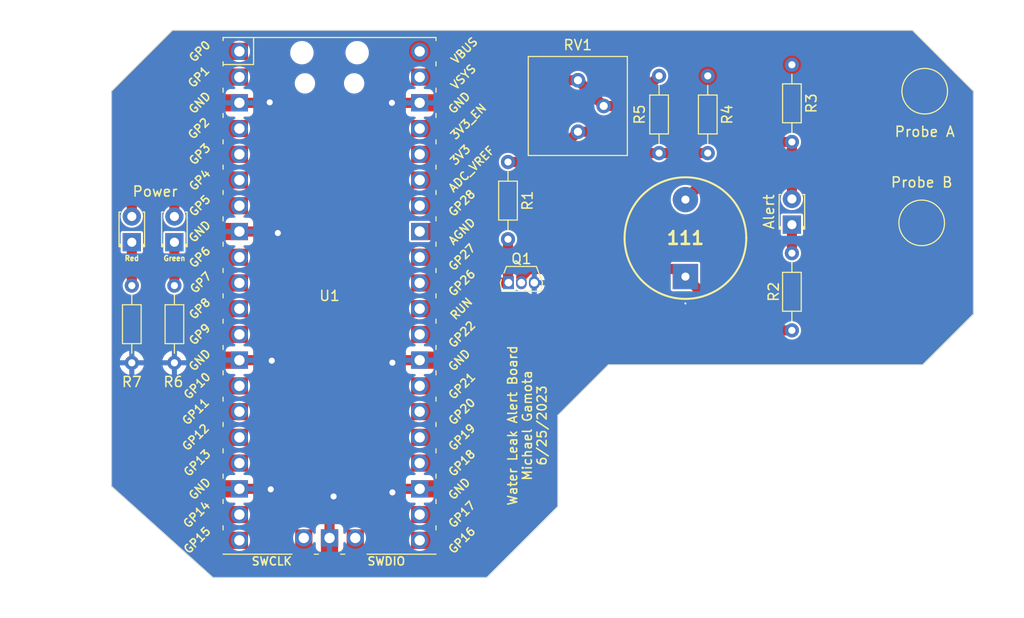
<source format=kicad_pcb>
(kicad_pcb (version 20211014) (generator pcbnew)
  (layers (0 "F.Cu" signal) (31 "B.Cu" signal) (34 "B.Paste" user) (35 "F.Paste" user) (36 "B.SilkS" user "B.Silkscreen") (37 "F.SilkS" user "F.Silkscreen") (38 "B.Mask" user) (39 "F.Mask" user) (44 "Edge.Cuts" user))
  (net 0 "")
  (net 1 "Net-(D1-Pad1)")
  (net 2 "AnalogOut")
  (net 3 "GND")
  (net 4 "+5V")
  (net 27 "Net-(Q1-Pad2)")
  (net 35 "Net-(R1-Pad1)")
  (net 36 "AGND")
  (net 37 "Net-(D1-Pad2)")
  (net 38 "BatteryLevel")
  (net 39 "Net-(Power1-Pad1)")
  (net 40 "BatGood")
  (net 41 "Net-(Power2-Pad1)")
  (net 42 "BatLow")
  (footprint "Resistor_THT:R_Axial_DIN0204_L3.6mm_D1.6mm_P7.62mm_Horizontal" (layer "F.Cu") (at 196.2 88.19 -90)
    (fp_text reference "R6" (at 9.51 0.1) (layer "F.SilkS"))
    (fp_text value "220")
    (fp_line (start 0.94 0) (end 1.89 0) (layer "F.SilkS") (width 0.12))
    (fp_line (start 5.73 0.92) (end 5.73 -0.92) (layer "F.SilkS") (width 0.12))
    (fp_line (start 1.89 -0.92) (end 1.89 0.92) (layer "F.SilkS") (width 0.12))
    (fp_line (start 1.89 0.92) (end 5.73 0.92) (layer "F.SilkS") (width 0.12))
    (fp_line (start 6.68 0) (end 5.73 0) (layer "F.SilkS") (width 0.12))
    (fp_line (start 5.73 -0.92) (end 1.89 -0.92) (layer "F.SilkS") (width 0.12))
    (pad "1" thru_hole circle (at 0 0 270) (size 1.4 1.4) (drill 0.7) (layers *.Cu *.Mask) (net 39 "Net-(Power1-Pad1)"))
    (pad "2" thru_hole oval (at 7.62 0 270) (size 1.4 1.4) (drill 0.7) (layers *.Cu *.Mask) (net 3 "GND"))
  )
  (footprint "Resistor_THT:R_Axial_DIN0204_L3.6mm_D1.6mm_P7.62mm_Horizontal" (layer "F.Cu") (at 192 88.19 -90)
    (fp_text reference "R7" (at 9.51 0) (layer "F.SilkS"))
    (fp_text value "220")
    (fp_line (start 5.73 -0.92) (end 1.89 -0.92) (layer "F.SilkS") (width 0.12))
    (fp_line (start 1.89 0.92) (end 5.73 0.92) (layer "F.SilkS") (width 0.12))
    (fp_line (start 0.94 0) (end 1.89 0) (layer "F.SilkS") (width 0.12))
    (fp_line (start 5.73 0.92) (end 5.73 -0.92) (layer "F.SilkS") (width 0.12))
    (fp_line (start 1.89 -0.92) (end 1.89 0.92) (layer "F.SilkS") (width 0.12))
    (fp_line (start 6.68 0) (end 5.73 0) (layer "F.SilkS") (width 0.12))
    (pad "1" thru_hole circle (at 0 0 270) (size 1.4 1.4) (drill 0.7) (layers *.Cu *.Mask) (net 41 "Net-(Power2-Pad1)"))
    (pad "2" thru_hole oval (at 7.62 0 270) (size 1.4 1.4) (drill 0.7) (layers *.Cu *.Mask) (net 3 "GND"))
  )
  (footprint "Package_TO_SOT_THT:TO-92S" (layer "F.Cu") (at 229.15 87.9)
    (fp_text reference "Q1" (at 1.27 -2.35) (layer "F.SilkS"))
    (fp_text value "Q_NPN_BCE")
    (fp_line (start 3.2 0.85) (end 3.35 0) (layer "F.SilkS") (width 0.12))
    (fp_line (start 2.75 -1.6) (end -0.2 -1.6) (layer "F.SilkS") (width 0.12))
    (fp_line (start -0.65 0.85) (end 3.2 0.85) (layer "F.SilkS") (width 0.12))
    (fp_line (start -0.8 0) (end -0.65 0.85) (layer "F.SilkS") (width 0.12))
    (fp_line (start -0.7 -0.3) (end -0.8 0) (layer "F.SilkS") (width 0.12))
    (fp_line (start 3.35 0) (end 2.75 -1.6) (layer "F.SilkS") (width 0.12))
    (fp_line (start -0.2 -1.6) (end -0.45 -0.95) (layer "F.SilkS") (width 0.12))
    (pad "1" thru_hole rect (at 0 0) (size 1.05 1.3) (drill 0.75) (layers *.Cu *.Mask) (net 2 "AnalogOut"))
    (pad "2" thru_hole oval (at 1.27 0) (size 1.05 1.3) (drill 0.75) (layers *.Cu *.Mask) (net 27 "Net-(Q1-Pad2)"))
    (pad "3" thru_hole oval (at 2.54 0) (size 1.05 1.3) (drill 0.75) (layers *.Cu *.Mask) (net 3 "GND"))
  )
  (footprint "LED_THT:LED_D1.8mm_W3.3mm_H2.4mm" (layer "F.Cu") (at 192 83.91 90)
    (fp_text reference "Power2" hide)
    (fp_text value "LED")
    (fp_line (start -0.2 1.08) (end -0.2 1.26) (layer "F.SilkS") (width 0.12))
    (fp_line (start -0.32 1.08) (end -0.32 1.26) (layer "F.SilkS") (width 0.12))
    (fp_line (start -0.44 -1.26) (end 2.98 -1.26) (layer "F.SilkS") (width 0.12))
    (fp_line (start 2.98 1.095) (end 2.98 1.26) (layer "F.SilkS") (width 0.12))
    (fp_line (start -0.44 1.08) (end -0.44 1.26) (layer "F.SilkS") (width 0.12))
    (fp_line (start 2.98 -1.26) (end 2.98 -1.095) (layer "F.SilkS") (width 0.12))
    (fp_line (start -0.2 -1.26) (end -0.2 -1.08) (layer "F.SilkS") (width 0.12))
    (fp_line (start -0.44 1.26) (end 2.98 1.26) (layer "F.SilkS") (width 0.12))
    (fp_line (start -0.44 -1.26) (end -0.44 -1.08) (layer "F.SilkS") (width 0.12))
    (fp_line (start -0.32 -1.26) (end -0.32 -1.08) (layer "F.SilkS") (width 0.12))
    (pad "1" thru_hole rect (at 0 0 90) (size 1.8 1.8) (drill 0.9) (layers *.Cu *.Mask) (net 41 "Net-(Power2-Pad1)"))
    (pad "2" thru_hole circle (at 2.54 0 90) (size 1.8 1.8) (drill 0.9) (layers *.Cu *.Mask) (net 42 "BatLow"))
  )
  (footprint "Potentiometer_THT:Potentiometer_Bourns_3386P_Vertical" (layer "F.Cu") (at 236 73)
    (fp_text reference "RV1" (at -0.015 -8.555) (layer "F.SilkS"))
    (fp_text value "47k")
    (fp_line (start -4.9 2.345) (end 4.87 2.345) (layer "F.SilkS") (width 0.12))
    (fp_line (start -4.9 -7.425) (end -4.9 2.345) (layer "F.SilkS") (width 0.12))
    (fp_line (start 4.87 -7.425) (end 4.87 2.345) (layer "F.SilkS") (width 0.12))
    (fp_line (start -4.9 -7.425) (end 4.87 -7.425) (layer "F.SilkS") (width 0.12))
    (pad "1" thru_hole circle (at 0 0) (size 1.44 1.44) (drill 0.8) (layers *.Cu *.Mask) (net 35 "Net-(R1-Pad1)"))
    (pad "2" thru_hole circle (at 2.54 -2.54) (size 1.44 1.44) (drill 0.8) (layers *.Cu *.Mask) (net 36 "AGND"))
    (pad "3" thru_hole circle (at 0 -5.08) (size 1.44 1.44) (drill 0.8) (layers *.Cu *.Mask) (net 36 "AGND"))
  )
  (footprint "Resistor_THT:R_Axial_DIN0204_L3.6mm_D1.6mm_P7.62mm_Horizontal" (layer "F.Cu") (at 257.099999 84.989998 -90)
    (fp_text reference "R2" (at 3.81 1.799999 90) (layer "F.SilkS"))
    (fp_text value "220")
    (fp_line (start 6.68 0) (end 5.73 0) (layer "F.SilkS") (width 0.12))
    (fp_line (start 0.94 0) (end 1.89 0) (layer "F.SilkS") (width 0.12))
    (fp_line (start 1.89 -0.92) (end 1.89 0.92) (layer "F.SilkS") (width 0.12))
    (fp_line (start 5.73 -0.92) (end 1.89 -0.92) (layer "F.SilkS") (width 0.12))
    (fp_line (start 5.73 0.92) (end 5.73 -0.92) (layer "F.SilkS") (width 0.12))
    (fp_line (start 1.89 0.92) (end 5.73 0.92) (layer "F.SilkS") (width 0.12))
    (pad "1" thru_hole circle (at 0 0 270) (size 1.4 1.4) (drill 0.7) (layers *.Cu *.Mask) (net 1 "Net-(D1-Pad1)"))
    (pad "2" thru_hole oval (at 7.62 0 270) (size 1.4 1.4) (drill 0.7) (layers *.Cu *.Mask) (net 27 "Net-(Q1-Pad2)"))
  )
  (footprint "LED_THT:LED_D1.8mm_W3.3mm_H2.4mm" (layer "F.Cu") (at 257.099999 82.174999 90)
    (fp_text reference "Alert" (at 1.27 -2.26 90) (layer "F.SilkS"))
    (fp_text value "LED")
    (fp_line (start -0.44 -1.26) (end -0.44 -1.08) (layer "F.SilkS") (width 0.12))
    (fp_line (start -0.2 -1.26) (end -0.2 -1.08) (layer "F.SilkS") (width 0.12))
    (fp_line (start -0.44 1.26) (end 2.98 1.26) (layer "F.SilkS") (width 0.12))
    (fp_line (start -0.44 -1.26) (end 2.98 -1.26) (layer "F.SilkS") (width 0.12))
    (fp_line (start 2.98 1.095) (end 2.98 1.26) (layer "F.SilkS") (width 0.12))
    (fp_line (start -0.2 1.08) (end -0.2 1.26) (layer "F.SilkS") (width 0.12))
    (fp_line (start -0.32 -1.26) (end -0.32 -1.08) (layer "F.SilkS") (width 0.12))
    (fp_line (start -0.44 1.08) (end -0.44 1.26) (layer "F.SilkS") (width 0.12))
    (fp_line (start -0.32 1.08) (end -0.32 1.26) (layer "F.SilkS") (width 0.12))
    (fp_line (start 2.98 -1.26) (end 2.98 -1.095) (layer "F.SilkS") (width 0.12))
    (pad "1" thru_hole rect (at 0 0 90) (size 1.8 1.8) (drill 0.9) (layers *.Cu *.Mask) (net 1 "Net-(D1-Pad1)"))
    (pad "2" thru_hole circle (at 2.54 0 90) (size 1.8 1.8) (drill 0.9) (layers *.Cu *.Mask) (net 37 "Net-(D1-Pad2)"))
  )
  (footprint "Resistor_THT:R_Axial_DIN0204_L3.6mm_D1.6mm_P7.62mm_Horizontal" (layer "F.Cu") (at 248.8 67.49 -90)
    (fp_text reference "R4" (at 3.81 -1.92 90) (layer "F.SilkS"))
    (fp_text value "30k")
    (fp_line (start 0.94 0) (end 1.89 0) (layer "F.SilkS") (width 0.12))
    (fp_line (start 5.73 0.92) (end 5.73 -0.92) (layer "F.SilkS") (width 0.12))
    (fp_line (start 6.68 0) (end 5.73 0) (layer "F.SilkS") (width 0.12))
    (fp_line (start 1.89 0.92) (end 5.73 0.92) (layer "F.SilkS") (width 0.12))
    (fp_line (start 5.73 -0.92) (end 1.89 -0.92) (layer "F.SilkS") (width 0.12))
    (fp_line (start 1.89 -0.92) (end 1.89 0.92) (layer "F.SilkS") (width 0.12))
    (pad "1" thru_hole circle (at 0 0 270) (size 1.4 1.4) (drill 0.7) (layers *.Cu *.Mask) (net 4 "+5V"))
    (pad "2" thru_hole oval (at 7.62 0 270) (size 1.4 1.4) (drill 0.7) (layers *.Cu *.Mask) (net 38 "BatteryLevel"))
  )
  (footprint "KiCad:CEM1205IC" (layer "F.Cu") (at 246.6 87.3 180)
    (fp_text reference "111" (at 0 3.8) (layer "F.SilkS") (effects (font (size 1.27 1.27) (thickness 0.254))))
    (fp_text value "CEM-1205-IC" hide)
    (fp_line (start 0 -2.7) (end 0 -2.7) (layer "F.SilkS") (width 0.1))
    (fp_line (start -6 3.8) (end -6 3.8) (layer "F.SilkS") (width 0.2))
    (fp_line (start 6 3.8) (end 6 3.8) (layer "F.SilkS") (width 0.2))
    (fp_line (start 0 -2.6) (end 0 -2.6) (layer "F.SilkS") (width 0.1))
    (fp_arc (start 0 -2.7) (mid 0.05 -2.65) (end 0 -2.6) (layer "F.SilkS") (width 0.1))
    (fp_arc (start 0 -2.6) (mid -0.05 -2.65) (end 0 -2.7) (layer "F.SilkS") (width 0.1))
    (fp_arc (start -6 3.8) (mid 0 -2.2) (end 6 3.8) (layer "F.SilkS") (width 0.2))
    (fp_arc (start 6 3.8) (mid 0 9.8) (end -6 3.8) (layer "F.SilkS") (width 0.2))
    (pad "1" thru_hole rect locked (at 0 0 180) (size 2.5 2.5) (drill 0.8) (layers *.Cu *.Mask) (net 27 "Net-(Q1-Pad2)"))
    (pad "2" thru_hole circle locked (at 0 7.6 180) (size 2.5 2.5) (drill 0.8) (layers *.Cu *.Mask) (net 37 "Net-(D1-Pad2)"))
  )
  (footprint "TestPoint:TestPoint_Pad_D4.0mm" (layer "F.Cu") (at 269.9 82)
    (fp_text reference "Probe B" (at 0 -4) (layer "F.SilkS"))
    (fp_text value "TestPoint")
    (fp_circle (center 0 0) (end 0 2.25) (layer "F.SilkS") (width 0.12) (fill none))
    (pad "1" smd circle (at 0 0) (size 4 4) (layers "F.Cu" "F.Mask") (net 35 "Net-(R1-Pad1)"))
  )
  (footprint "Resistor_THT:R_Axial_DIN0204_L3.6mm_D1.6mm_P7.62mm_Horizontal" (layer "F.Cu") (at 244 75.11 90)
    (fp_text reference "R5" (at 3.81 -1.92 90) (layer "F.SilkS"))
    (fp_text value "10k")
    (fp_line (start 1.89 0.92) (end 5.73 0.92) (layer "F.SilkS") (width 0.12))
    (fp_line (start 5.73 0.92) (end 5.73 -0.92) (layer "F.SilkS") (width 0.12))
    (fp_line (start 6.68 0) (end 5.73 0) (layer "F.SilkS") (width 0.12))
    (fp_line (start 0.94 0) (end 1.89 0) (layer "F.SilkS") (width 0.12))
    (fp_line (start 5.73 -0.92) (end 1.89 -0.92) (layer "F.SilkS") (width 0.12))
    (fp_line (start 1.89 -0.92) (end 1.89 0.92) (layer "F.SilkS") (width 0.12))
    (pad "1" thru_hole circle (at 0 0 90) (size 1.4 1.4) (drill 0.7) (layers *.Cu *.Mask) (net 38 "BatteryLevel"))
    (pad "2" thru_hole oval (at 7.62 0 90) (size 1.4 1.4) (drill 0.7) (layers *.Cu *.Mask) (net 36 "AGND"))
  )
  (footprint "TestPoint:TestPoint_Pad_D4.0mm" (layer "F.Cu") (at 270.2 69)
    (fp_text reference "Probe A" (at 0 4) (layer "F.SilkS"))
    (fp_text value "TestPoint")
    (fp_circle (center 0 0) (end 0 2.25) (layer "F.SilkS") (width 0.12) (fill none))
    (pad "1" smd circle (at 0 0) (size 4 4) (layers "F.Cu" "F.Mask") (net 4 "+5V"))
  )
  (footprint "LED_THT:LED_D1.8mm_W3.3mm_H2.4mm" (layer "F.Cu") (at 196.2 83.91 90)
    (fp_text reference "Power" (at 5.01 -1.9 180) (layer "F.SilkS"))
    (fp_text value "LED")
    (fp_line (start 2.98 -1.26) (end 2.98 -1.095) (layer "F.SilkS") (width 0.12))
    (fp_line (start -0.44 -1.26) (end -0.44 -1.08) (layer "F.SilkS") (width 0.12))
    (fp_line (start -0.44 -1.26) (end 2.98 -1.26) (layer "F.SilkS") (width 0.12))
    (fp_line (start 2.98 1.095) (end 2.98 1.26) (layer "F.SilkS") (width 0.12))
    (fp_line (start -0.44 1.08) (end -0.44 1.26) (layer "F.SilkS") (width 0.12))
    (fp_line (start -0.32 1.08) (end -0.32 1.26) (layer "F.SilkS") (width 0.12))
    (fp_line (start -0.2 -1.26) (end -0.2 -1.08) (layer "F.SilkS") (width 0.12))
    (fp_line (start -0.2 1.08) (end -0.2 1.26) (layer "F.SilkS") (width 0.12))
    (fp_line (start -0.44 1.26) (end 2.98 1.26) (layer "F.SilkS") (width 0.12))
    (fp_line (start -0.32 -1.26) (end -0.32 -1.08) (layer "F.SilkS") (width 0.12))
    (pad "1" thru_hole rect (at 0 0 90) (size 1.8 1.8) (drill 0.9) (layers *.Cu *.Mask) (net 39 "Net-(Power1-Pad1)"))
    (pad "2" thru_hole circle (at 2.54 0 90) (size 1.8 1.8) (drill 0.9) (layers *.Cu *.Mask) (net 40 "BatGood"))
  )
  (footprint "Resistor_THT:R_Axial_DIN0204_L3.6mm_D1.6mm_P7.62mm_Horizontal" (layer "F.Cu") (at 257.1 66.389999 -90)
    (fp_text reference "R3" (at 3.81 -1.92 90) (layer "F.SilkS"))
    (fp_text value "47")
    (fp_line (start 0.94 0) (end 1.89 0) (layer "F.SilkS") (width 0.12))
    (fp_line (start 1.89 -0.92) (end 1.89 0.92) (layer "F.SilkS") (width 0.12))
    (fp_line (start 1.89 0.92) (end 5.73 0.92) (layer "F.SilkS") (width 0.12))
    (fp_line (start 5.73 0.92) (end 5.73 -0.92) (layer "F.SilkS") (width 0.12))
    (fp_line (start 5.73 -0.92) (end 1.89 -0.92) (layer "F.SilkS") (width 0.12))
    (fp_line (start 6.68 0) (end 5.73 0) (layer "F.SilkS") (width 0.12))
    (pad "1" thru_hole circle (at 0 0 270) (size 1.4 1.4) (drill 0.7) (layers *.Cu *.Mask) (net 4 "+5V"))
    (pad "2" thru_hole oval (at 7.62 0 270) (size 1.4 1.4) (drill 0.7) (layers *.Cu *.Mask) (net 37 "Net-(D1-Pad2)"))
  )
  (footprint "MCU_RaspberryPi_and_Boards:RPi_Pico_SMD_TH" (layer "F.Cu") (at 211.5 89.2)
    (fp_text reference "U1" (at 0 0) (layer "F.SilkS"))
    (fp_text value "Pico")
    (fp_text user "GP6" (at -12.8 -3.81 45) (layer "F.SilkS") (effects (font (size 0.8 0.8))))
    (fp_text user "GP8" (at -12.8 1.27 45) (layer "F.SilkS") (effects (font (size 0.8 0.8))))
    (fp_text user "GND" (at 12.8 -19.05 45) (layer "F.SilkS") (effects (font (size 0.8 0.8))))
    (fp_text user "GP20" (at 13.054 11.43 45) (layer "F.SilkS") (effects (font (size 0.8 0.8))))
    (fp_text user "GP7" (at -12.7 -1.3 45) (layer "F.SilkS") (effects (font (size 0.8 0.8))))
    (fp_text user "GND" (at -12.8 19.05 45) (layer "F.SilkS") (effects (font (size 0.8 0.8))))
    (fp_text user "GP19" (at 13.054 13.97 45) (layer "F.SilkS") (effects (font (size 0.8 0.8))))
    (fp_text user "GND" (at -12.8 -6.35 45) (layer "F.SilkS") (effects (font (size 0.8 0.8))))
    (fp_text user "GP22" (at 13.054 3.81 45) (layer "F.SilkS") (effects (font (size 0.8 0.8))))
    (fp_text user "GND" (at 12.8 6.35 45) (layer "F.SilkS") (effects (font (size 0.8 0.8))))
    (fp_text user "GP4" (at -12.8 -11.43 45) (layer "F.SilkS") (effects (font (size 0.8 0.8))))
    (fp_text user "GP17" (at 13.054 21.59 45) (layer "F.SilkS") (effects (font (size 0.8 0.8))))
    (fp_text user "GP11" (at -13.2 11.43 45) (layer "F.SilkS") (effects (font (size 0.8 0.8))))
    (fp_text user "GP18" (at 13.054 16.51 45) (layer "F.SilkS") (effects (font (size 0.8 0.8))))
    (fp_text user "GP27" (at 13.054 -3.8 45) (layer "F.SilkS") (effects (font (size 0.8 0.8))))
    (fp_text user "GP10" (at -13.054 8.89 45) (layer "F.SilkS") (effects (font (size 0.8 0.8))))
    (fp_text user "GND" (at 12.8 19.05 45) (layer "F.SilkS") (effects (font (size 0.8 0.8))))
    (fp_text user "GP15" (at -13.054 24.13 45) (layer "F.SilkS") (effects (font (size 0.8 0.8))))
    (fp_text user "GP26" (at 13.054 -1.27 45) (layer "F.SilkS") (effects (font (size 0.8 0.8))))
    (fp_text user "GND" (at -12.8 6.35 45) (layer "F.SilkS") (effects (font (size 0.8 0.8))))
    (fp_text user "VBUS" (at 13.3 -24.2 45) (layer "F.SilkS") (effects (font (size 0.8 0.8))))
    (fp_text user "3V3_EN" (at 13.7 -17.2 45) (layer "F.SilkS") (effects (font (size 0.8 0.8))))
    (fp_text user "SWDIO" (at 5.6 26.2) (layer "F.SilkS") (effects (font (size 0.8 0.8))))
    (fp_text user "GP14" (at -13.1 21.59 45) (layer "F.SilkS") (effects (font (size 0.8 0.8))))
    (fp_text user "GP5" (at -12.8 -8.89 45) (layer "F.SilkS") (effects (font (size 0.8 0.8))))
    (fp_text user "GP21" (at 13.054 8.9 45) (layer "F.SilkS") (effects (font (size 0.8 0.8))))
    (fp_text user "GP3" (at -12.8 -13.97 45) (layer "F.SilkS") (effects (font (size 0.8 0.8))))
    (fp_text user "GND" (at -12.8 -19.05 45) (layer "F.SilkS") (effects (font (size 0.8 0.8))))
    (fp_text user "3V3" (at 12.9 -13.9 45) (layer "F.SilkS") (effects (font (size 0.8 0.8))))
    (fp_text user "VSYS" (at 13.2 -21.59 45) (layer "F.SilkS") (effects (font (size 0.8 0.8))))
    (fp_text user "GP28" (at 13.054 -9.144 45) (layer "F.SilkS") (effects (font (size 0.8 0.8))))
    (fp_text user "GP16" (at 13.054 24.13 45) (layer "F.SilkS") (effects (font (size 0.8 0.8))))
    (fp_text user "SWCLK" (at -5.7 26.2) (layer "F.SilkS") (effects (font (size 0.8 0.8))))
    (fp_text user "ADC_VREF" (at 14 -12.5 45) (layer "F.SilkS") (effects (font (size 0.8 0.8))))
    (fp_text user "GP9" (at -12.8 3.81 45) (layer "F.SilkS") (effects (font (size 0.8 0.8))))
    (fp_text user "GP12" (at -13.2 13.97 45) (layer "F.SilkS") (effects (font (size 0.8 0.8))))
    (fp_text user "GP0" (at -12.8 -24.13 45) (layer "F.SilkS") (effects (font (size 0.8 0.8))))
    (fp_text user "GP13" (at -13.054 16.51 45) (layer "F.SilkS") (effects (font (size 0.8 0.8))))
    (fp_text user "AGND" (at 13.054 -6.35 45) (layer "F.SilkS") (effects (font (size 0.8 0.8))))
    (fp_text user "GP2" (at -12.9 -16.51 45) (layer "F.SilkS") (effects (font (size 0.8 0.8))))
    (fp_text user "RUN" (at 13 1.27 45) (layer "F.SilkS") (effects (font (size 0.8 0.8))))
    (fp_text user "GP1" (at -12.9 -21.6 45) (layer "F.SilkS") (effects (font (size 0.8 0.8))))
    (fp_line (start 10.5 -18) (end 10.5 -17.6) (layer "F.SilkS") (width 0.12))
    (fp_line (start -10.5 -20.5) (end -10.5 -20.1) (layer "F.SilkS") (width 0.12))
    (fp_line (start -10.5 -10.4) (end -10.5 -10) (layer "F.SilkS") (width 0.12))
    (fp_line (start -10.5 -25.5) (end -10.5 -25.2) (layer "F.SilkS") (width 0.12))
    (fp_line (start -10.5 -25.5) (end 10.5 -25.5) (layer "F.SilkS") (width 0.12))
    (fp_line (start 10.5 -7.8) (end 10.5 -7.4) (layer "F.SilkS") (width 0.12))
    (fp_line (start -10.5 -23.1) (end -10.5 -22.7) (layer "F.SilkS") (width 0.12))
    (fp_line (start -10.5 15.1) (end -10.5 15.5) (layer "F.SilkS") (width 0.12))
    (fp_line (start -10.5 12.5) (end -10.5 12.9) (layer "F.SilkS") (width 0.12))
    (fp_line (start 10.5 -20.5) (end 10.5 -20.1) (layer "F.SilkS") (width 0.12))
    (fp_line (start 10.5 -12.9) (end 10.5 -12.5) (layer "F.SilkS") (width 0.12))
    (fp_line (start -10.5 -0.2) (end -10.5 0.2) (layer "F.SilkS") (width 0.12))
    (fp_line (start -10.5 -15.4) (end -10.5 -15) (layer "F.SilkS") (width 0.12))
    (fp_line (start -10.5 -2.7) (end -10.5 -2.3) (layer "F.SilkS") (width 0.12))
    (fp_line (start 10.5 7.4) (end 10.5 7.8) (layer "F.SilkS") (width 0.12))
    (fp_line (start 10.5 20.1) (end 10.5 20.5) (layer "F.SilkS") (width 0.12))
    (fp_line (start -10.5 -7.8) (end -10.5 -7.4) (layer "F.SilkS") (width 0.12))
    (fp_line (start 10.5 2.3) (end 10.5 2.7) (layer "F.SilkS") (width 0.12))
    (fp_line (start 10.5 -15.4) (end 10.5 -15) (layer "F.SilkS") (width 0.12))
    (fp_line (start 10.5 -10.4) (end 10.5 -10) (layer "F.SilkS") (width 0.12))
    (fp_line (start -10.5 -12.9) (end -10.5 -12.5) (layer "F.SilkS") (width 0.12))
    (fp_line (start -10.5 -22.833) (end -7.493 -22.833) (layer "F.SilkS") (width 0.12))
    (fp_line (start -10.5 4.9) (end -10.5 5.3) (layer "F.SilkS") (width 0.12))
    (fp_line (start 10.5 15.1) (end 10.5 15.5) (layer "F.SilkS") (width 0.12))
    (fp_line (start -10.5 22.7) (end -10.5 23.1) (layer "F.SilkS") (width 0.12))
    (fp_line (start 10.5 -23.1) (end 10.5 -22.7) (layer "F.SilkS") (width 0.12))
    (fp_line (start -10.5 2.3) (end -10.5 2.7) (layer "F.SilkS") (width 0.12))
    (fp_line (start -10.5 -5.3) (end -10.5 -4.9) (layer "F.SilkS") (width 0.12))
    (fp_line (start -10.5 7.4) (end -10.5 7.8) (layer "F.SilkS") (width 0.12))
    (fp_line (start 10.5 22.7) (end 10.5 23.1) (layer "F.SilkS") (width 0.12))
    (fp_line (start -7.493 -22.833) (end -7.493 -25.5) (layer "F.SilkS") (width 0.12))
    (fp_line (start 10.5 12.5) (end 10.5 12.9) (layer "F.SilkS") (width 0.12))
    (fp_line (start 10.5 -25.5) (end 10.5 -25.2) (layer "F.SilkS") (width 0.12))
    (fp_line (start 10.5 4.9) (end 10.5 5.3) (layer "F.SilkS") (width 0.12))
    (fp_line (start -1.5 25.5) (end -1.1 25.5) (layer "F.SilkS") (width 0.12))
    (fp_line (start 10.5 -0.2) (end 10.5 0.2) (layer "F.SilkS") (width 0.12))
    (fp_line (start -10.5 17.6) (end -10.5 18) (layer "F.SilkS") (width 0.12))
    (fp_line (start -10.5 -18) (end -10.5 -17.6) (layer "F.SilkS") (width 0.12))
    (fp_line (start 10.5 25.5) (end 3.7 25.5) (layer "F.SilkS") (width 0.12))
    (fp_line (start 10.5 -5.3) (end 10.5 -4.9) (layer "F.SilkS") (width 0.12))
    (fp_line (start 10.5 10) (end 10.5 10.4) (layer "F.SilkS") (width 0.12))
    (fp_line (start -10.5 10) (end -10.5 10.4) (layer "F.SilkS") (width 0.12))
    (fp_line (start 10.5 17.6) (end 10.5 18) (layer "F.SilkS") (width 0.12))
    (fp_line (start 1.1 25.5) (end 1.5 25.5) (layer "F.SilkS") (width 0.12))
    (fp_line (start -10.5 20.1) (end -10.5 20.5) (layer "F.SilkS") (width 0.12))
    (fp_line (start 10.5 -2.7) (end 10.5 -2.3) (layer "F.SilkS") (width 0.12))
    (fp_line (start -3.7 25.5) (end -10.5 25.5) (layer "F.SilkS") (width 0.12))
    (pad "" np_thru_hole oval (at 2.725 -24) (size 1.8 1.8) (drill 1.8) (layers *.Cu *.Mask))
    (pad "" np_thru_hole oval (at -2.725 -24) (size 1.8 1.8) (drill 1.8) (layers *.Cu *.Mask))
    (pad "" np_thru_hole oval (at -2.425 -20.97) (size 1.5 1.5) (drill 1.5) (layers *.Cu *.Mask))
    (pad "" np_thru_hole oval (at 2.425 -20.97) (size 1.5 1.5) (drill 1.5) (layers *.Cu *.Mask))
    (pad "1" smd rect (at -8.89 -24.13) (size 3.5 1.7) (drill (offset -0.9 0)) (layers "F.Cu" "F.Mask"))
    (pad "1" thru_hole oval (at -8.89 -24.13) (size 1.7 1.7) (drill 1.02) (layers *.Cu *.Mask))
    (pad "2" thru_hole oval (at -8.89 -21.59) (size 1.7 1.7) (drill 1.02) (layers *.Cu *.Mask))
    (pad "2" smd rect (at -8.89 -21.59) (size 3.5 1.7) (drill (offset -0.9 0)) (layers "F.Cu" "F.Mask"))
    (pad "3" thru_hole rect (at -8.89 -19.05) (size 1.7 1.7) (drill 1.02) (layers *.Cu *.Mask) (net 3 "GND"))
    (pad "3" smd rect (at -8.89 -19.05) (size 3.5 1.7) (drill (offset -0.9 0)) (layers "F.Cu" "F.Mask") (net 3 "GND"))
    (pad "4" smd rect (at -8.89 -16.51) (size 3.5 1.7) (drill (offset -0.9 0)) (layers "F.Cu" "F.Mask") (net 42 "BatLow"))
    (pad "4" thru_hole oval (at -8.89 -16.51) (size 1.7 1.7) (drill 1.02) (layers *.Cu *.Mask) (net 42 "BatLow"))
    (pad "5" thru_hole oval (at -8.89 -13.97) (size 1.7 1.7) (drill 1.02) (layers *.Cu *.Mask) (net 40 "BatGood"))
    (pad "5" smd rect (at -8.89 -13.97) (size 3.5 1.7) (drill (offset -0.9 0)) (layers "F.Cu" "F.Mask") (net 40 "BatGood"))
    (pad "6" smd rect (at -8.89 -11.43) (size 3.5 1.7) (drill (offset -0.9 0)) (layers "F.Cu" "F.Mask"))
    (pad "6" thru_hole oval (at -8.89 -11.43) (size 1.7 1.7) (drill 1.02) (layers *.Cu *.Mask))
    (pad "7" smd rect (at -8.89 -8.89) (size 3.5 1.7) (drill (offset -0.9 0)) (layers "F.Cu" "F.Mask"))
    (pad "7" thru_hole oval (at -8.89 -8.89) (size 1.7 1.7) (drill 1.02) (layers *.Cu *.Mask))
    (pad "8" smd rect (at -8.89 -6.35) (size 3.5 1.7) (drill (offset -0.9 0)) (layers "F.Cu" "F.Mask") (net 3 "GND"))
    (pad "8" thru_hole rect (at -8.89 -6.35) (size 1.7 1.7) (drill 1.02) (layers *.Cu *.Mask) (net 3 "GND"))
    (pad "9" smd rect (at -8.89 -3.81) (size 3.5 1.7) (drill (offset -0.9 0)) (layers "F.Cu" "F.Mask"))
    (pad "9" thru_hole oval (at -8.89 -3.81) (size 1.7 1.7) (drill 1.02) (layers *.Cu *.Mask))
    (pad "10" thru_hole oval (at -8.89 -1.27) (size 1.7 1.7) (drill 1.02) (layers *.Cu *.Mask))
    (pad "10" smd rect (at -8.89 -1.27) (size 3.5 1.7) (drill (offset -0.9 0)) (layers "F.Cu" "F.Mask"))
    (pad "11" thru_hole oval (at -8.89 1.27) (size 1.7 1.7) (drill 1.02) (layers *.Cu *.Mask))
    (pad "11" smd rect (at -8.89 1.27) (size 3.5 1.7) (drill (offset -0.9 0)) (layers "F.Cu" "F.Mask"))
    (pad "12" smd rect (at -8.89 3.81) (size 3.5 1.7) (drill (offset -0.9 0)) (layers "F.Cu" "F.Mask"))
    (pad "12" thru_hole oval (at -8.89 3.81) (size 1.7 1.7) (drill 1.02) (layers *.Cu *.Mask))
    (pad "13" smd rect (at -8.89 6.35) (size 3.5 1.7) (drill (offset -0.9 0)) (layers "F.Cu" "F.Mask") (net 3 "GND"))
    (pad "13" thru_hole rect (at -8.89 6.35) (size 1.7 1.7) (drill 1.02) (layers *.Cu *.Mask) (net 3 "GND"))
    (pad "14" thru_hole oval (at -8.89 8.89) (size 1.7 1.7) (drill 1.02) (layers *.Cu *.Mask))
    (pad "14" smd rect (at -8.89 8.89) (size 3.5 1.7) (drill (offset -0.9 0)) (layers "F.Cu" "F.Mask"))
    (pad "15" thru_hole oval (at -8.89 11.43) (size 1.7 1.7) (drill 1.02) (layers *.Cu *.Mask))
    (pad "15" smd rect (at -8.89 11.43) (size 3.5 1.7) (drill (offset -0.9 0)) (layers "F.Cu" "F.Mask"))
    (pad "16" thru_hole oval (at -8.89 13.97) (size 1.7 1.7) (drill 1.02) (layers *.Cu *.Mask))
    (pad "16" smd rect (at -8.89 13.97) (size 3.5 1.7) (drill (offset -0.9 0)) (layers "F.Cu" "F.Mask"))
    (pad "17" smd rect (at -8.89 16.51) (size 3.5 1.7) (drill (offset -0.9 0)) (layers "F.Cu" "F.Mask"))
    (pad "17" thru_hole oval (at -8.89 16.51) (size 1.7 1.7) (drill 1.02) (layers *.Cu *.Mask))
    (pad "18" smd rect (at -8.89 19.05) (size 3.5 1.7) (drill (offset -0.9 0)) (layers "F.Cu" "F.Mask") (net 3 "GND"))
    (pad "18" thru_hole rect (at -8.89 19.05) (size 1.7 1.7) (drill 1.02) (layers *.Cu *.Mask) (net 3 "GND"))
    (pad "19" smd rect (at -8.89 21.59) (size 3.5 1.7) (drill (offset -0.9 0)) (layers "F.Cu" "F.Mask"))
    (pad "19" thru_hole oval (at -8.89 21.59) (size 1.7 1.7) (drill 1.02) (layers *.Cu *.Mask))
    (pad "20" thru_hole oval (at -8.89 24.13) (size 1.7 1.7) (drill 1.02) (layers *.Cu *.Mask))
    (pad "20" smd rect (at -8.89 24.13) (size 3.5 1.7) (drill (offset -0.9 0)) (layers "F.Cu" "F.Mask"))
    (pad "21" thru_hole oval (at 8.89 24.13) (size 1.7 1.7) (drill 1.02) (layers *.Cu *.Mask))
    (pad "21" smd rect (at 8.89 24.13) (size 3.5 1.7) (drill (offset 0.9 0)) (layers "F.Cu" "F.Mask"))
    (pad "22" thru_hole oval (at 8.89 21.59) (size 1.7 1.7) (drill 1.02) (layers *.Cu *.Mask))
    (pad "22" smd rect (at 8.89 21.59) (size 3.5 1.7) (drill (offset 0.9 0)) (layers "F.Cu" "F.Mask"))
    (pad "23" thru_hole rect (at 8.89 19.05) (size 1.7 1.7) (drill 1.02) (layers *.Cu *.Mask) (net 3 "GND"))
    (pad "23" smd rect (at 8.89 19.05) (size 3.5 1.7) (drill (offset 0.9 0)) (layers "F.Cu" "F.Mask") (net 3 "GND"))
    (pad "24" smd rect (at 8.89 16.51) (size 3.5 1.7) (drill (offset 0.9 0)) (layers "F.Cu" "F.Mask"))
    (pad "24" thru_hole oval (at 8.89 16.51) (size 1.7 1.7) (drill 1.02) (layers *.Cu *.Mask))
    (pad "25" thru_hole oval (at 8.89 13.97) (size 1.7 1.7) (drill 1.02) (layers *.Cu *.Mask))
    (pad "25" smd rect (at 8.89 13.97) (size 3.5 1.7) (drill (offset 0.9 0)) (layers "F.Cu" "F.Mask"))
    (pad "26" thru_hole oval (at 8.89 11.43) (size 1.7 1.7) (drill 1.02) (layers *.Cu *.Mask))
    (pad "26" smd rect (at 8.89 11.43) (size 3.5 1.7) (drill (offset 0.9 0)) (layers "F.Cu" "F.Mask"))
    (pad "27" smd rect (at 8.89 8.89) (size 3.5 1.7) (drill (offset 0.9 0)) (layers "F.Cu" "F.Mask"))
    (pad "27" thru_hole oval (at 8.89 8.89) (size 1.7 1.7) (drill 1.02) (layers *.Cu *.Mask))
    (pad "28" smd rect (at 8.89 6.35) (size 3.5 1.7) (drill (offset 0.9 0)) (layers "F.Cu" "F.Mask") (net 3 "GND"))
    (pad "28" thru_hole rect (at 8.89 6.35) (size 1.7 1.7) (drill 1.02) (layers *.Cu *.Mask) (net 3 "GND"))
    (pad "29" smd rect (at 8.89 3.81) (size 3.5 1.7) (drill (offset 0.9 0)) (layers "F.Cu" "F.Mask"))
    (pad "29" thru_hole oval (at 8.89 3.81) (size 1.7 1.7) (drill 1.02) (layers *.Cu *.Mask))
    (pad "30" thru_hole oval (at 8.89 1.27) (size 1.7 1.7) (drill 1.02) (layers *.Cu *.Mask))
    (pad "30" smd rect (at 8.89 1.27) (size 3.5 1.7) (drill (offset 0.9 0)) (layers "F.Cu" "F.Mask"))
    (pad "31" thru_hole oval (at 8.89 -1.27) (size 1.7 1.7) (drill 1.02) (layers *.Cu *.Mask) (net 2 "AnalogOut"))
    (pad "31" smd rect (at 8.89 -1.27) (size 3.5 1.7) (drill (offset 0.9 0)) (layers "F.Cu" "F.Mask") (net 2 "AnalogOut"))
    (pad "32" thru_hole oval (at 8.89 -3.81) (size 1.7 1.7) (drill 1.02) (layers *.Cu *.Mask) (net 38 "BatteryLevel"))
    (pad "32" smd rect (at 8.89 -3.81) (size 3.5 1.7) (drill (offset 0.9 0)) (layers "F.Cu" "F.Mask") (net 38 "BatteryLevel"))
    (pad "33" thru_hole rect (at 8.89 -6.35) (size 1.7 1.7) (drill 1.02) (layers *.Cu *.Mask) (net 36 "AGND"))
    (pad "33" smd rect (at 8.89 -6.35) (size 3.5 1.7) (drill (offset 0.9 0)) (layers "F.Cu" "F.Mask") (net 36 "AGND"))
    (pad "34" thru_hole oval (at 8.89 -8.89) (size 1.7 1.7) (drill 1.02) (layers *.Cu *.Mask))
    (pad "34" smd rect (at 8.89 -8.89) (size 3.5 1.7) (drill (offset 0.9 0)) (layers "F.Cu" "F.Mask"))
    (pad "35" smd rect (at 8.89 -11.43) (size 3.5 1.7) (drill (offset 0.9 0)) (layers "F.Cu" "F.Mask"))
    (pad "35" thru_hole oval (at 8.89 -11.43) (size 1.7 1.7) (drill 1.02) (layers *.Cu *.Mask))
    (pad "36" smd rect (at 8.89 -13.97) (size 3.5 1.7) (drill (offset 0.9 0)) (layers "F.Cu" "F.Mask"))
    (pad "36" thru_hole oval (at 8.89 -13.97) (size 1.7 1.7) (drill 1.02) (layers *.Cu *.Mask))
    (pad "37" smd rect (at 8.89 -16.51) (size 3.5 1.7) (drill (offset 0.9 0)) (layers "F.Cu" "F.Mask"))
    (pad "37" thru_hole oval (at 8.89 -16.51) (size 1.7 1.7) (drill 1.02) (layers *.Cu *.Mask))
    (pad "38" smd rect (at 8.89 -19.05) (size 3.5 1.7) (drill (offset 0.9 0)) (layers "F.Cu" "F.Mask") (net 3 "GND"))
    (pad "38" thru_hole rect (at 8.89 -19.05) (size 1.7 1.7) (drill 1.02) (layers *.Cu *.Mask) (net 3 "GND"))
    (pad "39" smd rect (at 8.89 -21.59) (size 3.5 1.7) (drill (offset 0.9 0)) (layers "F.Cu" "F.Mask"))
    (pad "39" thru_hole oval (at 8.89 -21.59) (size 1.7 1.7) (drill 1.02) (layers *.Cu *.Mask))
    (pad "40" smd rect (at 8.89 -24.13) (size 3.5 1.7) (drill (offset 0.9 0)) (layers "F.Cu" "F.Mask") (net 4 "+5V"))
    (pad "40" thru_hole oval (at 8.89 -24.13) (size 1.7 1.7) (drill 1.02) (layers *.Cu *.Mask) (net 4 "+5V"))
    (pad "41" thru_hole oval (at -2.54 23.9) (size 1.7 1.7) (drill 1.02) (layers *.Cu *.Mask))
    (pad "41" smd rect (at -2.54 23.9 90) (size 3.5 1.7) (drill (offset -0.9 0)) (layers "F.Cu" "F.Mask"))
    (pad "42" smd rect (at 0 23.9 90) (size 3.5 1.7) (drill (offset -0.9 0)) (layers "F.Cu" "F.Mask") (net 3 "GND"))
    (pad "42" thru_hole rect (at 0 23.9) (size 1.7 1.7) (drill 1.02) (layers *.Cu *.Mask) (net 3 "GND"))
    (pad "43" thru_hole oval (at 2.54 23.9) (size 1.7 1.7) (drill 1.02) (layers *.Cu *.Mask))
    (pad "43" smd rect (at 2.54 23.9 90) (size 3.5 1.7) (drill (offset -0.9 0)) (layers "F.Cu" "F.Mask"))
  )
  (footprint "Resistor_THT:R_Axial_DIN0204_L3.6mm_D1.6mm_P7.62mm_Horizontal" (layer "F.Cu") (at 229.1 75.99 -90)
    (fp_text reference "R1" (at 3.81 -1.92 90) (layer "F.SilkS"))
    (fp_text value "1k")
    (fp_line (start 5.73 0.92) (end 5.73 -0.92) (layer "F.SilkS") (width 0.12))
    (fp_line (start 5.73 -0.92) (end 1.89 -0.92) (layer "F.SilkS") (width 0.12))
    (fp_line (start 0.94 0) (end 1.89 0) (layer "F.SilkS") (width 0.12))
    (fp_line (start 1.89 0.92) (end 5.73 0.92) (layer "F.SilkS") (width 0.12))
    (fp_line (start 1.89 -0.92) (end 1.89 0.92) (layer "F.SilkS") (width 0.12))
    (fp_line (start 6.68 0) (end 5.73 0) (layer "F.SilkS") (width 0.12))
    (pad "1" thru_hole circle (at 0 0 270) (size 1.4 1.4) (drill 0.7) (layers *.Cu *.Mask) (net 35 "Net-(R1-Pad1)"))
    (pad "2" thru_hole oval (at 7.62 0 270) (size 1.4 1.4) (drill 0.7) (layers *.Cu *.Mask) (net 2 "AnalogOut"))
  )
  (gr_line (start 275 91) (end 275 69) (layer "Edge.Cuts") (width 0.1))
  (gr_line (start 227 117) (end 234 110) (layer "Edge.Cuts") (width 0.1))
  (gr_line (start 196 63) (end 190 69) (layer "Edge.Cuts") (width 0.1))
  (gr_line (start 234 101) (end 239 96) (layer "Edge.Cuts") (width 0.1))
  (gr_line (start 269 63) (end 275 69) (layer "Edge.Cuts") (width 0.1))
  (gr_line (start 190 69) (end 190 108) (layer "Edge.Cuts") (width 0.1))
  (gr_line (start 234 110) (end 234 101) (layer "Edge.Cuts") (width 0.1))
  (gr_line (start 239 96) (end 270 96) (layer "Edge.Cuts") (width 0.1))
  (gr_line (start 270 96) (end 275 91) (layer "Edge.Cuts") (width 0.1))
  (gr_line (start 200 117) (end 227 117) (layer "Edge.Cuts") (width 0.1))
  (gr_line (start 269 63) (end 196 63) (layer "Edge.Cuts") (width 0.1))
  (gr_line (start 200 117) (end 190 108) (layer "Edge.Cuts") (width 0.1))
  (gr_text "Water Leak Alert Board\nMichael Gamota\n6/25/2023" (at 231 102 90) (layer "F.SilkS") (effects (font (size 0.9 0.9))))
  (gr_text "Green" (at 196.2 85.5) (layer "F.SilkS") (effects (font (size 0.5 0.5) (thickness 0.125))))
  (gr_text "Red" (at 192 85.5) (layer "F.SilkS") (effects (font (size 0.5 0.5) (thickness 0.125))))
  (segment (start 257.099999 82.174999) (end 257.099999 84.989998) (width 1) (layer "F.Cu") (net 1))
  (segment (start 220.42 87.9) (end 220.39 87.93) (width 1) (layer "F.Cu") (net 2))
  (segment (start 229.1 87.85) (end 229.15 87.9) (width 1) (layer "F.Cu") (net 2))
  (segment (start 229.1 83.61) (end 229.1 87.85) (width 1) (layer "F.Cu") (net 2))
  (segment (start 229.15 87.9) (end 220.42 87.9) (width 1) (layer "F.Cu") (net 2))
  (segment (start 220.39 108.25) (end 218.05 108.25) (width 1) (layer "F.Cu") (net 3))
  (segment (start 205.65 108.25) (end 205.7 108.3) (width 1) (layer "F.Cu") (net 3))
  (segment (start 206.25 82.85) (end 206.4 83) (width 1) (layer "F.Cu") (net 3))
  (segment (start 202.61 95.55) (end 205.75 95.55) (width 1) (layer "F.Cu") (net 3))
  (segment (start 220.39 95.55) (end 217.95 95.55) (width 1) (layer "F.Cu") (net 3))
  (segment (start 202.61 70.15) (end 205.55 70.15) (width 1) (layer "F.Cu") (net 3))
  (segment (start 205.55 70.15) (end 205.6 70.1) (width 1) (layer "F.Cu") (net 3))
  (segment (start 220.39 70.15) (end 217.65 70.15) (width 1) (layer "F.Cu") (net 3))
  (segment (start 217.95 95.55) (end 217.7 95.8) (width 1) (layer "F.Cu") (net 3))
  (segment (start 202.61 82.85) (end 206.25 82.85) (width 1) (layer "F.Cu") (net 3))
  (segment (start 202.61 108.25) (end 205.65 108.25) (width 1) (layer "F.Cu") (net 3))
  (segment (start 205.75 95.55) (end 205.8 95.6) (width 1) (layer "F.Cu") (net 3))
  (segment (start 211.5 113.1) (end 211.5 109.4) (width 1) (layer "F.Cu") (net 3))
  (segment (start 211.5 109.4) (end 211.9 109) (width 1) (layer "F.Cu") (net 3))
  (segment (start 218.05 108.25) (end 217.7 108.6) (width 1) (layer "F.Cu") (net 3))
  (via (at 206.4 83) (size 0.8) (drill 0.6) (layers "F.Cu" "B.Cu") (net 3))
  (via (at 205.8 95.6) (size 0.8) (drill 0.6) (layers "F.Cu" "B.Cu") (net 3))
  (via (at 205.7 108.3) (size 0.8) (drill 0.6) (layers "F.Cu" "B.Cu") (net 3))
  (via (at 205.6 70.1) (size 0.8) (drill 0.6) (layers "F.Cu" "B.Cu") (net 3))
  (via (at 217.65 70.15) (size 0.8) (drill 0.6) (layers "F.Cu" "B.Cu") (net 3))
  (via (at 217.7 108.6) (size 0.8) (drill 0.6) (layers "F.Cu" "B.Cu") (net 3))
  (via (at 217.7 95.8) (size 0.8) (drill 0.6) (layers "F.Cu" "B.Cu") (net 3))
  (via (at 211.9 109) (size 0.8) (drill 0.6) (layers "F.Cu" "B.Cu") (net 3))
  (segment (start 257.1 66.389999) (end 249.900001 66.389999) (width 2.5) (layer "F.Cu") (net 4))
  (segment (start 267.589999 66.389999) (end 270.2 69) (width 2.5) (layer "F.Cu") (net 4))
  (segment (start 257.1 66.389999) (end 255.780001 65.07) (width 2.5) (layer "F.Cu") (net 4))
  (segment (start 255.780001 65.07) (end 220.39 65.07) (width 2.5) (layer "F.Cu") (net 4))
  (segment (start 257.1 66.389999) (end 267.589999 66.389999) (width 2.5) (layer "F.Cu") (net 4))
  (segment (start 249.900001 66.389999) (end 248.8 67.49) (width 2.5) (layer "F.Cu") (net 4))
  (segment (start 251.909998 92.609998) (end 246.6 87.3) (width 1) (layer "F.Cu") (net 27))
  (segment (start 245.85 86.55) (end 231.182588 86.55) (width 1) (layer "F.Cu") (net 27))
  (segment (start 246.6 87.3) (end 245.85 86.55) (width 1) (layer "F.Cu") (net 27))
  (segment (start 257.099999 92.609998) (end 251.909998 92.609998) (width 1) (layer "F.Cu") (net 27))
  (segment (start 230.42 87.312588) (end 230.42 87.9) (width 1) (layer "F.Cu") (net 27))
  (segment (start 231.182588 86.55) (end 230.42 87.312588) (width 1) (layer "F.Cu") (net 27))
  (segment (start 245 73) (end 236 73) (width 1) (layer "F.Cu") (net 35))
  (segment (start 247 71) (end 245 73) (width 1) (layer "F.Cu") (net 35))
  (segment (start 229.1 75.99) (end 233.01 75.99) (width 1) (layer "F.Cu") (net 35))
  (segment (start 269.9 82) (end 258.9 71) (width 1) (layer "F.Cu") (net 35))
  (segment (start 258.9 71) (end 247 71) (width 1) (layer "F.Cu") (net 35))
  (segment (start 233.01 75.99) (end 236 73) (width 1) (layer "F.Cu") (net 35))
  (segment (start 226 72) (end 230.08 67.92) (width 1) (layer "F.Cu") (net 36))
  (segment (start 220.39 82.85) (end 224.15 82.85) (width 1) (layer "F.Cu") (net 36))
  (segment (start 226 81) (end 226 72) (width 1) (layer "F.Cu") (net 36))
  (segment (start 238.54 70.46) (end 236 67.92) (width 1) (layer "F.Cu") (net 36))
  (segment (start 230.08 67.92) (end 236 67.92) (width 1) (layer "F.Cu") (net 36))
  (segment (start 238.54 70.46) (end 241.03 70.46) (width 1) (layer "F.Cu") (net 36))
  (segment (start 241.03 70.46) (end 244 67.49) (width 1) (layer "F.Cu") (net 36))
  (segment (start 224.15 82.85) (end 226 81) (width 1) (layer "F.Cu") (net 36))
  (segment (start 257.1 74.009999) (end 257.099999 79.634999) (width 1) (layer "F.Cu") (net 37))
  (segment (start 252.290001 74.009999) (end 246.6 79.7) (width 1) (layer "F.Cu") (net 37))
  (segment (start 257.1 74.009999) (end 252.290001 74.009999) (width 1) (layer "F.Cu") (net 37))
  (segment (start 237.59 75.11) (end 233.1 79.6) (width 1) (layer "F.Cu") (net 38))
  (segment (start 233.1 79.6) (end 229.1 79.6) (width 1) (layer "F.Cu") (net 38))
  (segment (start 248.8 75.11) (end 244 75.11) (width 1) (layer "F.Cu") (net 38))
  (segment (start 223.31 85.39) (end 220.39 85.39) (width 1) (layer "F.Cu") (net 38))
  (segment (start 244 75.11) (end 237.59 75.11) (width 1) (layer "F.Cu") (net 38))
  (segment (start 229.1 79.6) (end 223.31 85.39) (width 1) (layer "F.Cu") (net 38))
  (segment (start 196.2 83.91) (end 196.2 88.19) (width 1) (layer "F.Cu") (net 39))
  (segment (start 199.957208 75.23) (end 202.61 75.23) (width 1) (layer "F.Cu") (net 40))
  (segment (start 196.2 79.28) (end 200.25 75.23) (width 1) (layer "F.Cu") (net 40))
  (segment (start 196.2 81.37) (end 196.2 79.28) (width 1) (layer "F.Cu") (net 40))
  (segment (start 200.25 75.23) (end 202.61 75.23) (width 1) (layer "F.Cu") (net 40))
  (segment (start 192 83.91) (end 192 88.19) (width 1) (layer "F.Cu") (net 41))
  (segment (start 199.497208 72.69) (end 202.61 72.69) (width 1) (layer "F.Cu") (net 42))
  (segment (start 192 80.187208) (end 199.497208 72.69) (width 1) (layer "F.Cu") (net 42))
  (segment (start 192 81.37) (end 192 80.187208) (width 1) (layer "F.Cu") (net 42))
  (zone (net 3) (net_name "GND") (layer "B.Cu") (connect_pads (clearance 0)) (min_thickness 0.254) (fill yes (thermal_gap 0.508) (thermal_bridge_width 0.508))
    (polygon (pts (xy 280 96) (xy 280 121) (xy 231 121) (xy 179 121) (xy 179 60) (xy 280 60)))
  )
)
</source>
